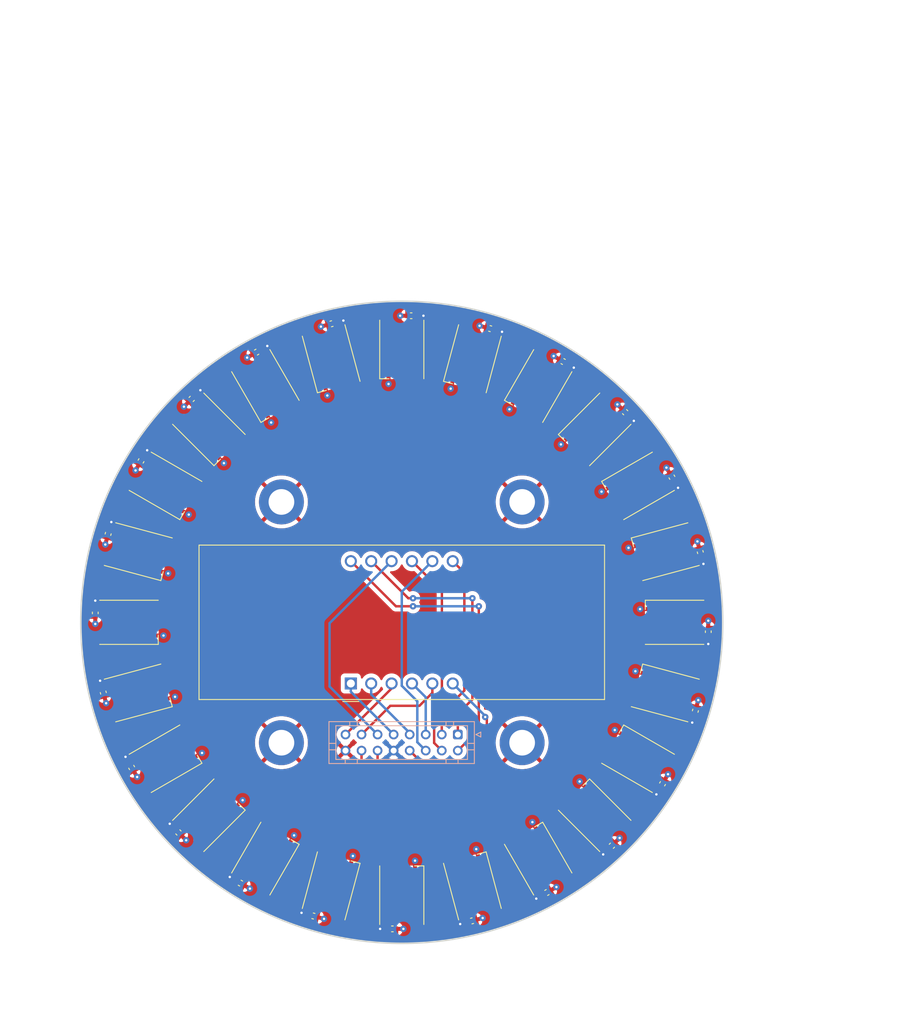
<source format=kicad_pcb>
(kicad_pcb (version 20221018) (generator pcbnew)
  (title_block (title "Tachy") (date "2024-01-17") (rev "1") (company "Scott CJX"))
  (layers (0 "F.Cu" signal) (31 "B.Cu" signal) (34 "B.Paste" user) (35 "F.Paste" user) (36 "B.SilkS" user "B.Silkscreen") (37 "F.SilkS" user "F.Silkscreen") (38 "B.Mask" user) (39 "F.Mask" user) (44 "Edge.Cuts" user))
  (net 0 "")
  (net 1 "+5V")
  (net 2 "GND")
  (net 3 "/LED-1-2")
  (net 4 "/LED-2-3")
  (net 5 "/LED-3-4")
  (net 6 "/LED-4-5")
  (net 7 "/LED-5-6")
  (net 8 "/LED-6-7")
  (net 9 "/LED-7-8")
  (net 10 "/LED-8-9")
  (net 11 "/LED-9-10")
  (net 12 "/LED-10-11")
  (net 13 "/LED-11-12")
  (net 14 "/LED-12-13")
  (net 15 "/LED-13-14")
  (net 16 "/LED-14-15")
  (net 17 "/LED-15-16")
  (net 18 "/LED-16-17")
  (net 19 "/LED-17-18")
  (net 20 "/LED-18-19")
  (net 21 "/LED-19-20")
  (net 22 "/LED-20-21")
  (net 23 "/LED-21-22")
  (net 24 "/LED-22-23")
  (net 25 "/LED-23-24")
  (net 26 "/LED-0-1")
  (net 27 "/7SEG_CA1")
  (net 28 "/7SEG_A")
  (net 29 "/7SEG_F")
  (net 30 "/7SEG_CA2")
  (net 31 "/7SEG_CA3")
  (net 32 "/7SEG_B")
  (net 33 "/7SEG_CA4")
  (net 34 "/7SEG_G")
  (net 35 "/7SEG_C")
  (net 36 "/7SEG_DP")
  (net 37 "/7SEG_D")
  (net 38 "/7SEG_E")
  (net 39 "/LED-24-25")
  (footprint "Capacitor_SMD:C_0402_1005Metric" (layer "F.Cu") (at 101.17 61.8 180)
    (fp_text reference "C113" hide)
    (fp_text value "100n")
  )
  (footprint "Capacitor_SMD:C_0402_1005Metric" (layer "F.Cu") (at 91.243246 62.798815 -165)
    (fp_text reference "C114" hide)
    (fp_text value "100n")
  )
  (footprint "LED_SMD:LED_WS2812B_PLCC4_5.0x5.0mm_P3.2mm" (layer "F.Cu") (at 108.799848 132.841478 105)
    (fp_text reference "D102" hide)
    (fp_text value "WS2812B")
  )
  (footprint "Capacitor_SMD:C_0402_1005Metric" (layer "F.Cu") (at 133.66717 81.91325 120)
    (fp_text reference "C109" hide)
    (fp_text value "100n")
  )
  (footprint "Capacitor_SMD:C_0402_1005Metric" (layer "F.Cu") (at 120.11325 67.50283 150)
    (fp_text reference "C111" hide)
    (fp_text value "100n")
  )
  (footprint "LED_SMD:LED_WS2812B_PLCC4_5.0x5.0mm_P3.2mm" (layer "F.Cu") (at 124.041631 75.958369 -135)
    (fp_text reference "D110" hide)
    (fp_text value "WS2812B")
  )
  (footprint "LED_SMD:LED_WS2812B_PLCC4_5.0x5.0mm_P3.2mm" (layer "F.Cu") (at 100 134 90)
    (fp_text reference "D101" hide)
    (fp_text value "WS2812B")
  )
  (footprint "Capacitor_SMD:C_0402_1005Metric" (layer "F.Cu") (at 81.91325 66.33283 -150)
    (fp_text reference "C115" hide)
    (fp_text value "100n")
  )
  (footprint "Capacitor_SMD:C_0402_1005Metric" (layer "F.Cu") (at 67.50283 79.88675 -120)
    (fp_text reference "C117" hide)
    (fp_text value "100n")
  )
  (footprint "MountingHole:MountingHole_3.2mm_M3_DIN965_Pad_TopBottom" (layer "F.Cu") (at 85 115)
    (fp_text reference "H103" hide)
    (fp_text value "MountingHole_Pad" hide)
  )
  (footprint "LED_SMD:LED_WS2812B_PLCC4_5.0x5.0mm_P3.2mm" (layer "F.Cu") (at 124.041631 124.041631 135)
    (fp_text reference "D104" hide)
    (fp_text value "WS2812B")
  )
  (footprint "LED_SMD:LED_WS2812B_PLCC4_5.0x5.0mm_P3.2mm" (layer "F.Cu") (at 75.958369 124.041631 45)
    (fp_text reference "D122" hide)
    (fp_text value "WS2812B")
  )
  (footprint "MountingHole:MountingHole_3.2mm_M3_DIN965_Pad_TopBottom" (layer "F.Cu") (at 115 115)
    (fp_text reference "H104" hide)
    (fp_text value "MountingHole_Pad" hide)
  )
  (footprint "Capacitor_SMD:C_0402_1005Metric" (layer "F.Cu") (at 108.756754 137.201185 15)
    (fp_text reference "C102" hide)
    (fp_text value "100n")
  )
  (footprint "LED_SMD:LED_WS2812B_PLCC4_5.0x5.0mm_P3.2mm" (layer "F.Cu") (at 75.958369 75.958369 -45)
    (fp_text reference "D116" hide)
    (fp_text value "WS2812B")
  )
  (footprint "LED_SMD:LED_WS2812B_PLCC4_5.0x5.0mm_P3.2mm" (layer "F.Cu") (at 83 129.444864 60)
    (fp_text reference "D123" hide)
    (fp_text value "WS2812B")
  )
  (footprint "Capacitor_SMD:C_0402_1005Metric" (layer "F.Cu") (at 73.815836 72.161206 -135)
    (fp_text reference "C116" hide)
    (fp_text value "100n")
  )
  (footprint "LED_SMD:LED_WS2812B_PLCC4_5.0x5.0mm_P3.2mm" (layer "F.Cu") (at 66 100)
    (fp_text reference "D119" hide)
    (fp_text value "WS2812B")
  )
  (footprint "LED_SMD:LED_WS2812B_PLCC4_5.0x5.0mm_P3.2mm" (layer "F.Cu") (at 67.158522 91.200152 -15)
    (fp_text reference "D118" hide)
    (fp_text value "WS2812B")
  )
  (footprint "Capacitor_SMD:C_0402_1005Metric" (layer "F.Cu") (at 63.404452 88.982979 -105)
    (fp_text reference "C118" hide)
    (fp_text value "100n")
  )
  (footprint "Capacitor_SMD:C_0402_1005Metric" (layer "F.Cu") (at 126.184164 127.838794 45)
    (fp_text reference "C104" hide)
    (fp_text value "100n")
  )
  (footprint "LED_SMD:LED_WS2812B_PLCC4_5.0x5.0mm_P3.2mm" (layer "F.Cu") (at 132.841478 91.200152 -165)
    (fp_text reference "D108" hide)
    (fp_text value "WS2812B")
  )
  (footprint "Capacitor_SMD:C_0402_1005Metric" (layer "F.Cu") (at 132.49717 120.11325 60)
    (fp_text reference "C105" hide)
    (fp_text value "100n")
  )
  (footprint "Capacitor_SMD:C_0402_1005Metric" (layer "F.Cu") (at 138.2 101.17 90)
    (fp_text reference "C107" hide)
    (fp_text value "100n")
  )
  (footprint "Capacitor_SMD:C_0402_1005Metric" (layer "F.Cu") (at 88.982979 136.595548 -15)
    (fp_text reference "C124" hide)
    (fp_text value "100n")
  )
  (footprint "LED_SMD:LED_WS2812B_PLCC4_5.0x5.0mm_P3.2mm" (layer "F.Cu") (at 70.555136 117 30)
    (fp_text reference "D121" hide)
    (fp_text value "WS2812B")
  )
  (footprint "LED_SMD:LED_WS2812B_PLCC4_5.0x5.0mm_P3.2mm" (layer "F.Cu") (at 83 70.555136 -60)
    (fp_text reference "D115" hide)
    (fp_text value "WS2812B")
  )
  (footprint "Capacitor_SMD:C_0402_1005Metric" (layer "F.Cu") (at 72.161206 126.184164 -45)
    (fp_text reference "C122" hide)
    (fp_text value "100n")
  )
  (footprint "LED_SMD:LED_WS2812B_PLCC4_5.0x5.0mm_P3.2mm" (layer "F.Cu") (at 91.200152 67.158522 -75)
    (fp_text reference "D114" hide)
    (fp_text value "WS2812B")
  )
  (footprint "LED_SMD:LED_WS2812B_PLCC4_5.0x5.0mm_P3.2mm" (layer "F.Cu") (at 134 100 180)
    (fp_text reference "D107" hide)
    (fp_text value "WS2812B")
  )
  (footprint "Capacitor_SMD:C_0402_1005Metric" (layer "F.Cu") (at 137.201185 91.243246 105)
    (fp_text reference "C108" hide)
    (fp_text value "100n")
  )
  (footprint "Capacitor_SMD:C_0402_1005Metric" (layer "F.Cu") (at 136.595548 111.017021 75)
    (fp_text reference "C106" hide)
    (fp_text value "100n")
  )
  (footprint "LED_SMD:LED_WS2812B_PLCC4_5.0x5.0mm_P3.2mm" (layer "F.Cu") (at 91.200152 132.841478 75)
    (fp_text reference "D124" hide)
    (fp_text value "WS2812B")
  )
  (footprint "Capacitor_SMD:C_0402_1005Metric" (layer "F.Cu") (at 111.017021 63.404452 165)
    (fp_text reference "C112" hide)
    (fp_text value "100n")
  )
  (footprint "Capacitor_SMD:C_0402_1005Metric" (layer "F.Cu") (at 79.88675 132.49717 -30)
    (fp_text reference "C123" hide)
    (fp_text value "100n")
  )
  (footprint "LED_SMD:LED_WS2812B_PLCC4_5.0x5.0mm_P3.2mm" (layer "F.Cu") (at 70.555136 83 -30)
    (fp_text reference "D117" hide)
    (fp_text value "WS2812B")
  )
  (footprint "LED_SMD:LED_WS2812B_PLCC4_5.0x5.0mm_P3.2mm" (layer "F.Cu") (at 117 70.555136 -120)
    (fp_text reference "D111" hide)
    (fp_text value "WS2812B")
  )
  (footprint "LED_SMD:LED_WS2812B_PLCC4_5.0x5.0mm_P3.2mm" (layer "F.Cu") (at 132.841478 108.799848 165)
    (fp_text reference "D106" hide)
    (fp_text value "WS2812B")
  )
  (footprint "LED_SMD:LED_WS2812B_PLCC4_5.0x5.0mm_P3.2mm" (layer "F.Cu") (at 117 129.444864 120)
    (fp_text reference "D103" hide)
    (fp_text value "WS2812B")
  )
  (footprint "Capacitor_SMD:C_0402_1005Metric" (layer "F.Cu") (at 98.83 138.2)
    (fp_text reference "C101" hide)
    (fp_text value "100n")
  )
  (footprint "Display_7Segment:CA56-12CGKWA" (layer "F.Cu") (at 100 100 90)
    (fp_text reference "U101" hide)
    (fp_text value "CA56-12CGKWA" hide)
  )
  (footprint "Capacitor_SMD:C_0402_1005Metric" (layer "F.Cu") (at 66.33283 118.08675 -60)
    (fp_text reference "C121" hide)
    (fp_text value "100n")
  )
  (footprint "Capacitor_SMD:C_0402_1005Metric" (layer "F.Cu") (at 62.798815 108.756754 -75)
    (fp_text reference "C120" hide)
    (fp_text value "100n")
  )
  (footprint "Capacitor_SMD:C_0402_1005Metric" (layer "F.Cu") (at 127.838794 73.815836 135)
    (fp_text reference "C110" hide)
    (fp_text value "100n")
  )
  (footprint "Capacitor_SMD:C_0402_1005Metric" (layer "F.Cu") (at 61.8 98.83 -90)
    (fp_text reference "C119" hide)
    (fp_text value "100n")
  )
  (footprint "MountingHole:MountingHole_3.2mm_M3_DIN965_Pad_TopBottom" (layer "F.Cu") (at 85 85)
    (fp_text reference "H101" hide)
    (fp_text value "MountingHole_Pad" hide)
  )
  (footprint "LED_SMD:LED_WS2812B_PLCC4_5.0x5.0mm_P3.2mm" (layer "F.Cu") (at 108.799848 67.158522 -105)
    (fp_text reference "D112" hide)
    (fp_text value "WS2812B")
  )
  (footprint "LED_SMD:LED_WS2812B_PLCC4_5.0x5.0mm_P3.2mm" (layer "F.Cu") (at 67.158522 108.799848 15)
    (fp_text reference "D120" hide)
    (fp_text value "WS2812B")
  )
  (footprint "LED_SMD:LED_WS2812B_PLCC4_5.0x5.0mm_P3.2mm" (layer "F.Cu") (at 100 66 -90)
    (fp_text reference "D113" hide)
    (fp_text value "WS2812B")
  )
  (footprint "LED_SMD:LED_WS2812B_PLCC4_5.0x5.0mm_P3.2mm" (layer "F.Cu") (at 129.444864 117 150)
    (fp_text reference "D105" hide)
    (fp_text value "WS2812B")
  )
  (footprint "LED_SMD:LED_WS2812B_PLCC4_5.0x5.0mm_P3.2mm" (layer "F.Cu") (at 129.444864 83 -150)
    (fp_text reference "D109" hide)
    (fp_text value "WS2812B")
  )
  (footprint "Capacitor_SMD:C_0402_1005Metric" (layer "F.Cu") (at 118.08675 133.66717 30)
    (fp_text reference "C103" hide)
    (fp_text value "100n")
  )
  (footprint "MountingHole:MountingHole_3.2mm_M3_DIN965_Pad_TopBottom" (layer "F.Cu") (at 115 85)
    (fp_text reference "H102" hide)
    (fp_text value "MountingHole_Pad" hide)
  )
  (footprint "Connector_JST:JST_PHD_B16B-PHDSS_2x08_P2.00mm_Vertical" (layer "B.Cu") (at 100 115 180)
    (fp_text reference "J101" hide)
    (fp_text value "Conn_02x08_Odd_Even" hide)
  )
  (gr_circle (center 100 100) (end 140 100) (stroke (width 0.2)) (fill none) (layer "Edge.Cuts"))
  (segment (start 125.844753 128.178205) (end 125.102291 128.920667) (width 0.4) (layer "F.Cu") (net 1))
  (segment (start 61.8 98.35) (end 63.55 98.35) (width 0.4) (layer "F.Cu") (net 1))
  (segment (start 132.25717 120.528942) (end 130.741626 119.653942) (width 0.4) (layer "F.Cu") (net 1))
  (segment (start 125.844753 128.178205) (end 124.607316 126.940768) (width 0.4) (layer "F.Cu") (net 1))
  (segment (start 128.178205 74.155247) (end 126.940768 75.392684) (width 0.4) (layer "F.Cu") (net 1))
  (segment (start 62.674582 108.29311) (end 64.364952 107.840177) (width 0.4) (layer "F.Cu") (net 1))
  (segment (start 91.70689 62.674582) (end 92.721112 62.402822) (width 0.4) (layer "F.Cu") (net 1))
  (segment (start 66.09283 117.671058) (end 65.56783 116.761731) (width 0.4) (layer "F.Cu") (net 1))
  (segment (start 111.480665 63.528685) (end 112.494887 63.800445) (width 0.4) (layer "F.Cu") (net 1))
  (segment (start 74.155247 71.821795) (end 74.897709 71.079333) (width 0.4) (layer "F.Cu") (net 1))
  (segment (start 117.671058 133.90717) (end 116.761731 134.43217) (width 0.4) (layer "F.Cu") (net 1))
  (segment (start 82.328942 66.09283) (end 83.238269 65.56783) (width 0.4) (layer "F.Cu") (net 1))
  (segment (start 62.674582 108.29311) (end 62.402822 107.278888) (width 0.4) (layer "F.Cu") (net 1))
  (segment (start 88.519335 136.471315) (end 87.505113 136.199555) (width 0.4) (layer "F.Cu") (net 1))
  (segment (start 66.09283 117.671058) (end 67.608374 116.796058) (width 0.4) (layer "F.Cu") (net 1))
  (segment (start 133.90717 82.328942) (end 134.43217 83.238269) (width 0.4) (layer "F.Cu") (net 1))
  (segment (start 82.328942 66.09283) (end 83.203942 67.608374) (width 0.4) (layer "F.Cu") (net 1))
  (segment (start 128.178205 74.155247) (end 128.920667 74.897709) (width 0.4) (layer "F.Cu") (net 1))
  (segment (start 137.325418 91.70689) (end 135.635048 92.159823) (width 0.4) (layer "F.Cu") (net 1))
  (segment (start 108.29311 137.325418) (end 107.840177 135.635048) (width 0.4) (layer "F.Cu") (net 1))
  (segment (start 71.821795 125.844753) (end 73.059232 124.607316) (width 0.4) (layer "F.Cu") (net 1))
  (segment (start 117.671058 133.90717) (end 116.796058 132.391626) (width 0.4) (layer "F.Cu") (net 1))
  (segment (start 67.74283 79.471058) (end 69.258374 80.346058) (width 0.4) (layer "F.Cu") (net 1))
  (segment (start 63.528685 88.519335) (end 63.800445 87.505113) (width 0.4) (layer "F.Cu") (net 1))
  (segment (start 74.155247 71.821795) (end 75.392684 73.059232) (width 0.4) (layer "F.Cu") (net 1))
  (segment (start 132.25717 120.528942) (end 131.73217 121.438269) (width 0.4) (layer "F.Cu") (net 1))
  (segment (start 101.65 61.8) (end 102.7 61.8) (width 0.4) (layer "F.Cu") (net 1))
  (segment (start 88.519335 136.471315) (end 88.972268 134.780945) (width 0.4) (layer "F.Cu") (net 1))
  (segment (start 133.90717 82.328942) (end 132.391626 83.203942) (width 0.4) (layer "F.Cu") (net 1))
  (segment (start 111.480665 63.528685) (end 111.027732 65.219055) (width 0.4) (layer "F.Cu") (net 1))
  (segment (start 136.471315 111.480665) (end 134.780945 111.027732) (width 0.4) (layer "F.Cu") (net 1))
  (segment (start 120.528942 67.74283) (end 119.653942 69.258374) (width 0.4) (layer "F.Cu") (net 1))
  (segment (start 101.65 61.8) (end 101.65 63.55) (width 0.4) (layer "F.Cu") (net 1))
  (segment (start 67.74283 79.471058) (end 68.26783 78.561731) (width 0.4) (layer "F.Cu") (net 1))
  (segment (start 120.528942 67.74283) (end 121.438269 68.26783) (width 0.4) (layer "F.Cu") (net 1))
  (segment (start 98.35 138.2) (end 98.35 136.45) (width 0.4) (layer "F.Cu") (net 1))
  (segment (start 63.528685 88.519335) (end 65.219055 88.972268) (width 0.4) (layer "F.Cu") (net 1))
  (segment (start 61.8 98.35) (end 61.8 97.3) (width 0.4) (layer "F.Cu") (net 1))
  (segment (start 79.471058 132.25717) (end 80.346058 130.741626) (width 0.4) (layer "F.Cu") (net 1))
  (segment (start 108.29311 137.325418) (end 107.278888 137.597178) (width 0.4) (layer "F.Cu") (net 1))
  (segment (start 137.325418 91.70689) (end 137.597178 92.721112) (width 0.4) (layer "F.Cu") (net 1))
  (segment (start 136.471315 111.480665) (end 136.199555 112.494887) (width 0.4) (layer "F.Cu") (net 1))
  (segment (start 79.471058 132.25717) (end 78.561731 131.73217) (width 0.4) (layer "F.Cu") (net 1))
  (segment (start 98.35 138.2) (end 97.3 138.2) (width 0.4) (layer "F.Cu") (net 1))
  (segment (start 91.70689 62.674582) (end 92.159823 64.364952) (width 0.4) (layer "F.Cu") (net 1))
  (segment (start 71.821795 125.844753) (end 71.079333 125.102291) (width 0.4) (layer "F.Cu") (net 1))
  (segment (start 138.2 101.65) (end 136.45 101.65) (width 0.4) (layer "F.Cu") (net 1))
  (segment (start 138.2 101.65) (end 138.2 102.7) (width 0.4) (layer "F.Cu") (net 1))
  (via (at 136.199555 112.494887) (size 0.8) (drill 0.3) (layers "F.Cu" "B.Cu") (net 1))
  (via (at 102.7 61.8) (size 0.8) (drill 0.3) (layers "F.Cu" "B.Cu") (net 1))
  (via (at 63.800445 87.505113) (size 0.8) (drill 0.3) (layers "F.Cu" "B.Cu") (net 1))
  (via (at 87.505113 136.199555) (size 0.8) (drill 0.3) (layers "F.Cu" "B.Cu") (net 1))
  (via (at 121.438269 68.26783) (size 0.8) (drill 0.3) (layers "F.Cu" "B.Cu") (net 1))
  (via (at 137.597178 92.721112) (size 0.8) (drill 0.3) (layers "F.Cu" "B.Cu") (net 1))
  (via (at 78.561731 131.73217) (size 0.8) (drill 0.3) (layers "F.Cu" "B.Cu") (net 1))
  (via (at 97.3 138.2) (size 0.8) (drill 0.3) (layers "F.Cu" "B.Cu") (net 1))
  (via (at 62.402822 107.278888) (size 0.8) (drill 0.3) (layers "F.Cu" "B.Cu") (net 1))
  (via (at 134.43217 83.238269) (size 0.8) (drill 0.3) (layers "F.Cu" "B.Cu") (net 1))
  (via (at 74.897709 71.079333) (size 0.8) (drill 0.3) (layers "F.Cu" "B.Cu") (net 1))
  (via (at 65.56783 116.761731) (size 0.8) (drill 0.3) (layers "F.Cu" "B.Cu") (net 1))
  (via (at 128.920667 74.897709) (size 0.8) (drill 0.3) (layers "F.Cu" "B.Cu") (net 1))
  (via (at 71.079333 125.102291) (size 0.8) (drill 0.3) (layers "F.Cu" "B.Cu") (net 1))
  (via (at 116.761731 134.43217) (size 0.8) (drill 0.3) (layers "F.Cu" "B.Cu") (net 1))
  (via (at 68.26783 78.561731) (size 0.8) (drill 0.3) (layers "F.Cu" "B.Cu") (net 1))
  (via (at 131.73217 121.438269) (size 0.8) (drill 0.3) (layers "F.Cu" "B.Cu") (net 1))
  (via (at 107.278888 137.597178) (size 0.8) (drill 0.3) (layers "F.Cu" "B.Cu") (net 1))
  (via (at 125.102291 128.920667) (size 0.8) (drill 0.3) (layers "F.Cu" "B.Cu") (net 1))
  (via (at 83.238269 65.56783) (size 0.8) (drill 0.3) (layers "F.Cu" "B.Cu") (net 1))
  (via (at 138.2 102.7) (size 0.8) (drill 0.3) (layers "F.Cu" "B.Cu") (net 1))
  (via (at 112.494887 63.800445) (size 0.8) (drill 0.3) (layers "F.Cu" "B.Cu") (net 1))
  (via (at 61.8 97.3) (size 0.8) (drill 0.3) (layers "F.Cu" "B.Cu") (net 1))
  (via (at 92.721112 62.402822) (size 0.8) (drill 0.3) (layers "F.Cu" "B.Cu") (net 1))
  (segment (start 82.796058 73.501899) (end 83.721058 75.104046) (width 0.4) (layer "F.Cu") (net 2))
  (segment (start 89.446624 136.719781) (end 90.306298 136.95013) (width 0.4) (layer "F.Cu") (net 2))
  (segment (start 78.857507 123.475945) (end 80.165655 122.167797) (width 0.4) (layer "F.Cu") (net 2))
  (segment (start 69.952092 109.759518) (end 71.739055 109.280703) (width 0.4) (layer "F.Cu") (net 2))
  (segment (start 121.142493 76.524055) (end 119.834345 77.832203) (width 0.4) (layer "F.Cu") (net 2))
  (segment (start 62.923048 109.220399) (end 63.153397 110.080073) (width 0.4) (layer "F.Cu") (net 2))
  (segment (start 73.501899 117.203942) (end 75.104046 116.278942) (width 0.4) (layer "F.Cu") (net 2))
  (segment (start 61.8 99.31) (end 61.8 100.2) (width 0.4) (layer "F.Cu") (net 2))
  (segment (start 73.476425 72.500617) (end 72.8471 73.129942) (width 0.4) (layer "F.Cu") (net 2))
  (segment (start 130.047908 90.240482) (end 128.260945 90.719297) (width 0.4) (layer "F.Cu") (net 2))
  (segment (start 132.73717 119.697558) (end 133.18217 118.926795) (width 0.4) (layer "F.Cu") (net 2))
  (segment (start 68.45 101.65) (end 70.3 101.65) (width 0.4) (layer "F.Cu") (net 2))
  (segment (start 130.902011 106.571963) (end 129.115048 106.093148) (width 0.4) (layer "F.Cu") (net 2))
  (segment (start 109.220399 137.076952) (end 110.080073 136.846603) (width 0.4) (layer "F.Cu") (net 2))
  (segment (start 126.523575 127.499383) (end 127.1529 126.870058) (width 0.4) (layer "F.Cu") (net 2))
  (segment (start 100.69 61.8) (end 99.8 61.8) (width 0.4) (layer "F.Cu") (net 2))
  (segment (start 128.148101 114.346058) (end 126.545954 113.421058) (width 0.4) (layer "F.Cu") (net 2))
  (segment (start 98.35 68.45) (end 98.35 70.3) (width 0.4) (layer "F.Cu") (net 2))
  (segment (start 63.280219 89.446624) (end 63.04987 90.306298) (width 0.4) (layer "F.Cu") (net 2))
  (segment (start 133.42717 81.497558) (end 132.98217 80.726795) (width 0.4) (layer "F.Cu") (net 2))
  (segment (start 67.26283 80.302442) (end 66.81783 81.073205) (width 0.4) (layer "F.Cu") (net 2))
  (segment (start 119.697558 67.26283) (end 118.926795 66.81783) (width 0.4) (layer "F.Cu") (net 2))
  (segment (start 138.2 100.69) (end 138.2 99.8) (width 0.4) (layer "F.Cu") (net 2))
  (segment (start 71.851899 85.653942) (end 73.454046 86.578942) (width 0.4) (layer "F.Cu") (net 2))
  (segment (start 93.428037 130.902011) (end 93.906852 129.115048) (width 0.4) (layer "F.Cu") (net 2))
  (segment (start 136.719781 110.553376) (end 136.95013 109.693702) (width 0.4) (layer "F.Cu") (net 2))
  (segment (start 81.497558 66.57283) (end 80.726795 67.01783) (width 0.4) (layer "F.Cu") (net 2))
  (segment (start 72.500617 126.523575) (end 73.129942 127.1529) (width 0.4) (layer "F.Cu") (net 2))
  (segment (start 66.57283 118.502442) (end 67.01783 119.273205) (width 0.4) (layer "F.Cu") (net 2))
  (segment (start 69.097989 93.428037) (end 70.884952 93.906852) (width 0.4) (layer "F.Cu") (net 2))
  (segment (start 131.55 98.35) (end 129.7 98.35) (width 0.4) (layer "F.Cu") (net 2))
  (segment (start 114.346058 71.851899) (end 113.421058 73.454046) (width 0.4) (layer "F.Cu") (net 2))
  (segment (start 106.571963 69.097989) (end 106.093148 70.884952) (width 0.4) (layer "F.Cu") (net 2))
  (segment (start 85.653942 128.148101) (end 86.578942 126.545954) (width 0.4) (layer "F.Cu") (net 2))
  (segment (start 90.240482 69.952092) (end 90.719297 71.739055) (width 0.4) (layer "F.Cu") (net 2))
  (segment (start 80.302442 132.73717) (end 81.073205 133.18217) (width 0.4) (layer "F.Cu") (net 2))
  (segment (start 99.31 138.2) (end 100.2 138.2) (width 0.4) (layer "F.Cu") (net 2))
  (segment (start 117.203942 126.498101) (end 116.278942 124.895954) (width 0.4) (layer "F.Cu") (net 2))
  (segment (start 109.759518 130.047908) (end 109.280703 128.260945) (width 0.4) (layer "F.Cu") (net 2))
  (segment (start 101.65 131.55) (end 101.65 129.7) (width 0.4) (layer "F.Cu") (net 2))
  (segment (start 123.475945 121.142493) (end 122.167797 119.834345) (width 0.4) (layer "F.Cu") (net 2))
  (segment (start 118.502442 133.42717) (end 119.273205 132.98217) (width 0.4) (layer "F.Cu") (net 2))
  (segment (start 127.499383 73.476425) (end 126.870058 72.8471) (width 0.4) (layer "F.Cu") (net 2))
  (segment (start 126.498101 82.796058) (end 124.895954 83.721058) (width 0.4) (layer "F.Cu") (net 2))
  (segment (start 137.076952 90.779601) (end 136.846603 89.919927) (width 0.4) (layer "F.Cu") (net 2))
  (segment (start 76.524055 78.857507) (end 77.832203 80.165655) (width 0.4) (layer "F.Cu") (net 2))
  (segment (start 110.553376 63.280219) (end 109.693702 63.04987) (width 0.4) (layer "F.Cu") (net 2))
  (segment (start 90.779601 62.923048) (end 89.919927 63.153397) (width 0.4) (layer "F.Cu") (net 2))
  (via (at 75.104046 116.278942) (size 0.8) (drill 0.3) (layers "F.Cu" "B.Cu") (net 2))
  (via (at 122.167798 119.834345) (size 0.8) (drill 0.3) (layers "F.Cu" "B.Cu") (net 2))
  (via (at 129.7 98.35) (size 0.8) (drill 0.3) (layers "F.Cu" "B.Cu") (net 2))
  (via (at 110.080073 136.846603) (size 0.8) (drill 0.3) (layers "F.Cu" "B.Cu") (net 2))
  (via (at 126.545954 113.421058) (size 0.8) (drill 0.3) (layers "F.Cu" "B.Cu") (net 2))
  (via (at 93.906852 129.115048) (size 0.8) (drill 0.3) (layers "F.Cu" "B.Cu") (net 2))
  (via (at 83.721058 75.104046) (size 0.8) (drill 0.3) (layers "F.Cu" "B.Cu") (net 2))
  (via (at 72.8471 73.129942) (size 0.8) (drill 0.3) (layers "F.Cu" "B.Cu") (net 2))
  (via (at 126.870058 72.8471) (size 0.8) (drill 0.3) (layers "F.Cu" "B.Cu") (net 2))
  (via (at 86.578942 126.545954) (size 0.8) (drill 0.3) (layers "F.Cu" "B.Cu") (net 2))
  (via (at 73.129942 127.1529) (size 0.8) (drill 0.3) (layers "F.Cu" "B.Cu") (net 2))
  (via (at 127.1529 126.870058) (size 0.8) (drill 0.3) (layers "F.Cu" "B.Cu") (net 2))
  (via (at 119.273205 132.98217) (size 0.8) (drill 0.3) (layers "F.Cu" "B.Cu") (net 2))
  (via (at 132.98217 80.726795) (size 0.8) (drill 0.3) (layers "F.Cu" "B.Cu") (net 2))
  (via (at 80.726795 67.01783) (size 0.8) (drill 0.3) (layers "F.Cu" "B.Cu") (net 2))
  (via (at 136.95013 109.693702) (size 0.8) (drill 0.3) (layers "F.Cu" "B.Cu") (net 2))
  (via (at 129.115048 106.093148) (size 0.8) (drill 0.3) (layers "F.Cu" "B.Cu") (net 2))
  (via (at 90.719297 71.739054) (size 0.8) (drill 0.3) (layers "F.Cu" "B.Cu") (net 2))
  (via (at 124.895954 83.721058) (size 0.8) (drill 0.3) (layers "F.Cu" "B.Cu") (net 2))
  (via (at 70.3 101.65) (size 0.8) (drill 0.3) (layers "F.Cu" "B.Cu") (net 2))
  (via (at 63.153397 110.080073) (size 0.8) (drill 0.3) (layers "F.Cu" "B.Cu") (net 2))
  (via (at 136.846603 89.919927) (size 0.8) (drill 0.3) (layers "F.Cu" "B.Cu") (net 2))
  (via (at 61.8 100.2) (size 0.8) (drill 0.3) (layers "F.Cu" "B.Cu") (net 2))
  (via (at 101.65 129.7) (size 0.8) (drill 0.3) (layers "F.Cu" "B.Cu") (net 2))
  (via (at 90.306298 136.95013) (size 0.8) (drill 0.3) (layers "F.Cu" "B.Cu") (net 2))
  (via (at 106.093148 70.884952) (size 0.8) (drill 0.3) (layers "F.Cu" "B.Cu") (net 2))
  (via (at 116.278942 124.895954) (size 0.8) (drill 0.3) (layers "F.Cu" "B.Cu") (net 2))
  (via (at 109.280703 128.260946) (size 0.8) (drill 0.3) (layers "F.Cu" "B.Cu") (net 2))
  (via (at 66.81783 81.073205) (size 0.8) (drill 0.3) (layers "F.Cu" "B.Cu") (net 2))
  (via (at 119.834345 77.832202) (size 0.8) (drill 0.3) (layers "F.Cu" "B.Cu") (net 2))
  (via (at 81.073205 133.18217) (size 0.8) (drill 0.3) (layers "F.Cu" "B.Cu") (net 2))
  (via (at 100.2 138.2) (size 0.8) (drill 0.3) (layers "F.Cu" "B.Cu") (net 2))
  (via (at 71.739054 109.280703) (size 0.8) (drill 0.3) (layers "F.Cu" "B.Cu") (net 2))
  (via (at 63.04987 90.306298) (size 0.8) (drill 0.3) (layers "F.Cu" "B.Cu") (net 2))
  (via (at 98.35 70.3) (size 0.8) (drill 0.3) (layers "F.Cu" "B.Cu") (net 2))
  (via (at 89.919927 63.153397) (size 0.8) (drill 0.3) (layers "F.Cu" "B.Cu") (net 2))
  (via (at 138.2 99.8) (size 0.8) (drill 0.3) (layers "F.Cu" "B.Cu") (net 2))
  (via (at 128.260946 90.719297) (size 0.8) (drill 0.3) (layers "F.Cu" "B.Cu") (net 2))
  (via (at 118.926795 66.81783) (size 0.8) (drill 0.3) (layers "F.Cu" "B.Cu") (net 2))
  (via (at 133.18217 118.926795) (size 0.8) (drill 0.3) (layers "F.Cu" "B.Cu") (net 2))
  (via (at 70.884952 93.906852) (size 0.8) (drill 0.3) (layers "F.Cu" "B.Cu") (net 2))
  (via (at 80.165655 122.167798) (size 0.8) (drill 0.3) (layers "F.Cu" "B.Cu") (net 2))
  (via (at 67.01783 119.273205) (size 0.8) (drill 0.3) (layers "F.Cu" "B.Cu") (net 2))
  (via (at 77.832202 80.165655) (size 0.8) (drill 0.3) (layers "F.Cu" "B.Cu") (net 2))
  (via (at 99.8 61.8) (size 0.8) (drill 0.3) (layers "F.Cu" "B.Cu") (net 2))
  (via (at 73.454046 86.578942) (size 0.8) (drill 0.3) (layers "F.Cu" "B.Cu") (net 2))
  (via (at 109.693702 63.04987) (size 0.8) (drill 0.3) (layers "F.Cu" "B.Cu") (net 2))
  (via (at 113.421058 73.454046) (size 0.8) (drill 0.3) (layers "F.Cu" "B.Cu") (net 2))
  (segment (start 106.571964 130.902011) (end 101.65 135.823975) (width 0.4) (layer "F.Cu") (net 3))
  (segment (start 101.65 135.823975) (end 101.65 136.45) (width 0.4) (layer "F.Cu") (net 3))
  (segment (start 114.346058 128.148102) (end 114.346058 131.462619) (width 0.4) (layer "F.Cu") (net 4))
  (segment (start 114.346058 131.462619) (end 111.027732 134.780945) (width 0.4) (layer "F.Cu") (net 4))
  (segment (start 121.142493 129.253075) (end 119.653942 130.741626) (width 0.4) (layer "F.Cu") (net 5))
  (segment (start 121.142493 123.475946) (end 121.142493 129.253075) (width 0.4) (layer "F.Cu") (net 5))
  (segment (start 126.498102 117.203942) (end 126.498102 124.164649) (width 0.4) (layer "F.Cu") (net 6))
  (segment (start 126.498102 124.164649) (end 126.940769 124.607316) (width 0.4) (layer "F.Cu") (net 6))
  (segment (start 130.047908 114.45234) (end 132.391626 116.796058) (width 0.4) (layer "F.Cu") (net 7))
  (segment (start 130.047908 109.759519) (end 130.047908 114.45234) (width 0.4) (layer "F.Cu") (net 7))
  (segment (start 131.55 101.65) (end 131.55 103.755129) (width 0.4) (layer "F.Cu") (net 8))
  (segment (start 131.55 103.755129) (end 135.635048 107.840177) (width 0.4) (layer "F.Cu") (net 8))
  (segment (start 135.823975 98.35) (end 136.45 98.35) (width 0.4) (layer "F.Cu") (net 9))
  (segment (start 130.902011 93.428036) (end 135.823975 98.35) (width 0.4) (layer "F.Cu") (net 9))
  (segment (start 131.462619 85.653942) (end 134.780945 88.972268) (width 0.4) (layer "F.Cu") (net 10))
  (segment (start 128.148102 85.653942) (end 131.462619 85.653942) (width 0.4) (layer "F.Cu") (net 10))
  (segment (start 123.475946 78.857507) (end 129.253075 78.857507) (width 0.4) (layer "F.Cu") (net 11))
  (segment (start 129.253075 78.857507) (end 130.741626 80.346058) (width 0.4) (layer "F.Cu") (net 11))
  (segment (start 117.203942 73.501898) (end 124.164649 73.501898) (width 0.4) (layer "F.Cu") (net 12))
  (segment (start 124.164649 73.501898) (end 124.607316 73.059231) (width 0.4) (layer "F.Cu") (net 12))
  (segment (start 114.45234 69.952092) (end 116.796058 67.608374) (width 0.4) (layer "F.Cu") (net 13))
  (segment (start 109.759519 69.952092) (end 114.45234 69.952092) (width 0.4) (layer "F.Cu") (net 13))
  (segment (start 103.755129 68.45) (end 107.840177 64.364952) (width 0.4) (layer "F.Cu") (net 14))
  (segment (start 101.65 68.45) (end 103.755129 68.45) (width 0.4) (layer "F.Cu") (net 14))
  (segment (start 98.35 64.176025) (end 98.35 63.55) (width 0.4) (layer "F.Cu") (net 15))
  (segment (start 93.428036 69.097989) (end 98.35 64.176025) (width 0.4) (layer "F.Cu") (net 15))
  (segment (start 85.653942 68.537381) (end 88.972268 65.219055) (width 0.4) (layer "F.Cu") (net 16))
  (segment (start 85.653942 71.851898) (end 85.653942 68.537381) (width 0.4) (layer "F.Cu") (net 16))
  (segment (start 78.857507 70.746925) (end 80.346058 69.258374) (width 0.4) (layer "F.Cu") (net 17))
  (segment (start 78.857507 76.524054) (end 78.857507 70.746925) (width 0.4) (layer "F.Cu") (net 17))
  (segment (start 73.501898 75.835351) (end 73.059231 75.392684) (width 0.4) (layer "F.Cu") (net 18))
  (segment (start 73.501898 82.796058) (end 73.501898 75.835351) (width 0.4) (layer "F.Cu") (net 18))
  (segment (start 69.952092 85.54766) (end 67.608374 83.203942) (width 0.4) (layer "F.Cu") (net 19))
  (segment (start 69.952092 90.240481) (end 69.952092 85.54766) (width 0.4) (layer "F.Cu") (net 19))
  (segment (start 68.45 96.244871) (end 64.364952 92.159823) (width 0.4) (layer "F.Cu") (net 20))
  (segment (start 68.45 98.35) (end 68.45 96.244871) (width 0.4) (layer "F.Cu") (net 20))
  (segment (start 64.176025 101.65) (end 69.097989 106.571964) (width 0.4) (layer "F.Cu") (net 21))
  (segment (start 63.55 101.65) (end 64.176025 101.65) (width 0.4) (layer "F.Cu") (net 21))
  (segment (start 71.851898 114.346058) (end 68.537381 114.346058) (width 0.4) (layer "F.Cu") (net 22))
  (segment (start 68.537381 114.346058) (end 65.219055 111.027732) (width 0.4) (layer "F.Cu") (net 22))
  (segment (start 76.524054 121.142493) (end 70.746925 121.142493) (width 0.4) (layer "F.Cu") (net 23))
  (segment (start 70.746925 121.142493) (end 69.258374 119.653942) (width 0.4) (layer "F.Cu") (net 23))
  (segment (start 75.835351 126.498102) (end 75.392684 126.940769) (width 0.4) (layer "F.Cu") (net 24))
  (segment (start 82.796058 126.498102) (end 75.835351 126.498102) (width 0.4) (layer "F.Cu") (net 24))
  (segment (start 90.240481 130.047908) (end 85.54766 130.047908) (width 0.4) (layer "F.Cu") (net 25))
  (segment (start 85.54766 130.047908) (end 83.203942 132.391626) (width 0.4) (layer "F.Cu") (net 25))
  (segment (start 96.985 123.835) (end 96.985 115.984) (width 0.3) (layer "F.Cu") (net 26))
  (segment (start 98.35 131.55) (end 98.35 125.2) (width 0.3) (layer "F.Cu") (net 26))
  (segment (start 98.35 125.2) (end 96.985 123.835) (width 0.3) (layer "F.Cu") (net 26))
  (segment (start 109.6 113.369) (end 106.985 115.984) (width 0.3) (layer "F.Cu") (net 27))
  (segment (start 109.6 98) (end 109.6 113.369) (width 0.3) (layer "F.Cu") (net 27))
  (segment (start 99.27 98) (end 93.65 92.38) (width 0.3) (layer "F.Cu") (net 27))
  (segment (start 101.4 98) (end 99.27 98) (width 0.3) (layer "F.Cu") (net 27))
  (via (at 109.6 98) (size 0.8) (drill 0.3) (layers "F.Cu" "B.Cu") (net 27))
  (via (at 101.4 98) (size 0.8) (drill 0.3) (layers "F.Cu" "B.Cu") (net 27))
  (segment (start 109.6 98) (end 101.4 98) (width 0.3) (layer "B.Cu") (net 27))
  (segment (start 100.81 97) (end 96.19 92.38) (width 0.3) (layer "F.Cu") (net 28))
  (segment (start 108.8 97) (end 108.8 109.6) (width 0.3) (layer "F.Cu") (net 28))
  (segment (start 108.8 109.6) (end 106.985 111.415) (width 0.3) (layer "F.Cu") (net 28))
  (segment (start 106.985 111.415) (end 106.985 113.984) (width 0.3) (layer "F.Cu") (net 28))
  (segment (start 101.4 97) (end 100.81 97) (width 0.3) (layer "F.Cu") (net 28))
  (via (at 108.8 97) (size 0.8) (drill 0.3) (layers "F.Cu" "B.Cu") (net 28))
  (via (at 101.4 97) (size 0.8) (drill 0.3) (layers "F.Cu" "B.Cu") (net 28))
  (segment (start 108.8 97) (end 101.4 97) (width 0.3) (layer "B.Cu") (net 28))
  (segment (start 91 100.11) (end 98.73 92.38) (width 0.3) (layer "B.Cu") (net 29))
  (segment (start 91 107.999) (end 91 100.11) (width 0.3) (layer "B.Cu") (net 29))
  (segment (start 96.985 113.984) (end 91 107.999) (width 0.3) (layer "B.Cu") (net 29))
  (segment (start 105 109.2) (end 105 96.11) (width 0.3) (layer "F.Cu") (net 30))
  (segment (start 104.035 110.165) (end 105 109.2) (width 0.3) (layer "F.Cu") (net 30))
  (segment (start 104.985 115.984) (end 104.035 115.034) (width 0.3) (layer "F.Cu") (net 30))
  (segment (start 104.035 115.034) (end 104.035 110.165) (width 0.3) (layer "F.Cu") (net 30))
  (segment (start 105 96.11) (end 101.27 92.38) (width 0.3) (layer "F.Cu") (net 30))
  (segment (start 101.935 114.934) (end 101.935 109.840635) (width 0.3) (layer "B.Cu") (net 31))
  (segment (start 102.985 115.984) (end 101.935 114.934) (width 0.3) (layer "B.Cu") (net 31))
  (segment (start 100 107.905635) (end 100 96.19) (width 0.3) (layer "B.Cu") (net 31))
  (segment (start 101.935 109.840635) (end 100 107.905635) (width 0.3) (layer "B.Cu") (net 31))
  (segment (start 100 96.19) (end 103.81 92.38) (width 0.3) (layer "B.Cu") (net 31))
  (segment (start 104.985 111.315) (end 107.8 108.5) (width 0.3) (layer "F.Cu") (net 32))
  (segment (start 107.8 93.83) (end 106.35 92.38) (width 0.3) (layer "F.Cu") (net 32))
  (segment (start 104.985 113.984) (end 104.985 111.315) (width 0.3) (layer "F.Cu") (net 32))
  (segment (start 107.8 108.5) (end 107.8 93.83) (width 0.3) (layer "F.Cu") (net 32))
  (segment (start 104.001 119) (end 106.2 119) (width 0.3) (layer "F.Cu") (net 33))
  (segment (start 106.2 119) (end 109.6 119) (width 0.3) (layer "F.Cu") (net 33))
  (segment (start 109.6 119) (end 110 118.6) (width 0.3) (layer "F.Cu") (net 33))
  (segment (start 110 118.6) (end 110.6 118) (width 0.3) (layer "F.Cu") (net 33))
  (segment (start 110.6 114.4) (end 110.6 112) (width 0.3) (layer "F.Cu") (net 33))
  (segment (start 100.985 115.984) (end 104.001 119) (width 0.3) (layer "F.Cu") (net 33))
  (segment (start 110.6 112) (end 110.4 111.8) (width 0.3) (layer "F.Cu") (net 33))
  (segment (start 110.6 118) (end 110.6 114.4) (width 0.3) (layer "F.Cu") (net 33))
  (via (at 110.4 111.8) (size 0.8) (drill 0.3) (layers "F.Cu" "B.Cu") (net 33))
  (segment (start 110.4 111.67) (end 106.35 107.62) (width 0.3) (layer "B.Cu") (net 33))
  (segment (start 110.4 111.8) (end 110.4 111.67) (width 0.3) (layer "B.Cu") (net 33))
  (segment (start 103.81 108.79) (end 103.81 107.62) (width 0.3) (layer "F.Cu") (net 34))
  (segment (start 94.985 113.984) (end 98.569 110.4) (width 0.3) (layer "F.Cu") (net 34))
  (segment (start 102.2 110.4) (end 103.81 108.79) (width 0.3) (layer "F.Cu") (net 34))
  (segment (start 98.569 110.4) (end 102.2 110.4) (width 0.3) (layer "F.Cu") (net 34))
  (segment (start 102.985 113.984) (end 102.985 109.335) (width 0.3) (layer "B.Cu") (net 35))
  (segment (start 102.985 109.335) (end 101.27 107.62) (width 0.3) (layer "B.Cu") (net 35))
  (segment (start 92.985 113.984) (end 98.73 108.239) (width 0.3) (layer "F.Cu") (net 36))
  (segment (start 98.73 108.239) (end 98.73 107.62) (width 0.3) (layer "F.Cu") (net 36))
  (segment (start 100.985 113.785) (end 96.19 108.99) (width 0.3) (layer "B.Cu") (net 37))
  (segment (start 96.19 108.99) (end 96.19 107.62) (width 0.3) (layer "B.Cu") (net 37))
  (segment (start 100.985 113.984) (end 100.985 113.785) (width 0.3) (layer "B.Cu") (net 37))
  (segment (start 98.985 113.984) (end 93.65 108.649) (width 0.3) (layer "B.Cu") (net 38))
  (segment (start 93.65 108.649) (end 93.65 107.62) (width 0.3) (layer "B.Cu") (net 38))
  (segment (start 92.159823 126.790177) (end 94.985 123.965) (width 0.3) (layer "F.Cu") (net 39))
  (segment (start 94.985 123.965) (end 94.985 115.984) (width 0.3) (layer "F.Cu") (net 39))
  (segment (start 92.159823 135.635048) (end 92.159823 126.790177) (width 0.3) (layer "F.Cu") (net 39))
  (zone (net 2) (net_name "GND") (layer "F.Cu") (connect_pads (clearance 0.5)) (min_thickness 0.25) (fill yes (thermal_gap 0.5) (thermal_bridge_width 0.5))
    (polygon (pts (xy 59 59) (xy 141 59) (xy 141 141) (xy 59 141)))
  )
  (zone (net 1) (net_name "+5V") (layer "B.Cu") (priority 1) (connect_pads (clearance 0.5)) (min_thickness 0.25) (fill yes (thermal_gap 0.5) (thermal_bridge_width 0.5))
    (polygon (pts (xy 58 58) (xy 142 58) (xy 142 142) (xy 58 142)))
  )
)
</source>
